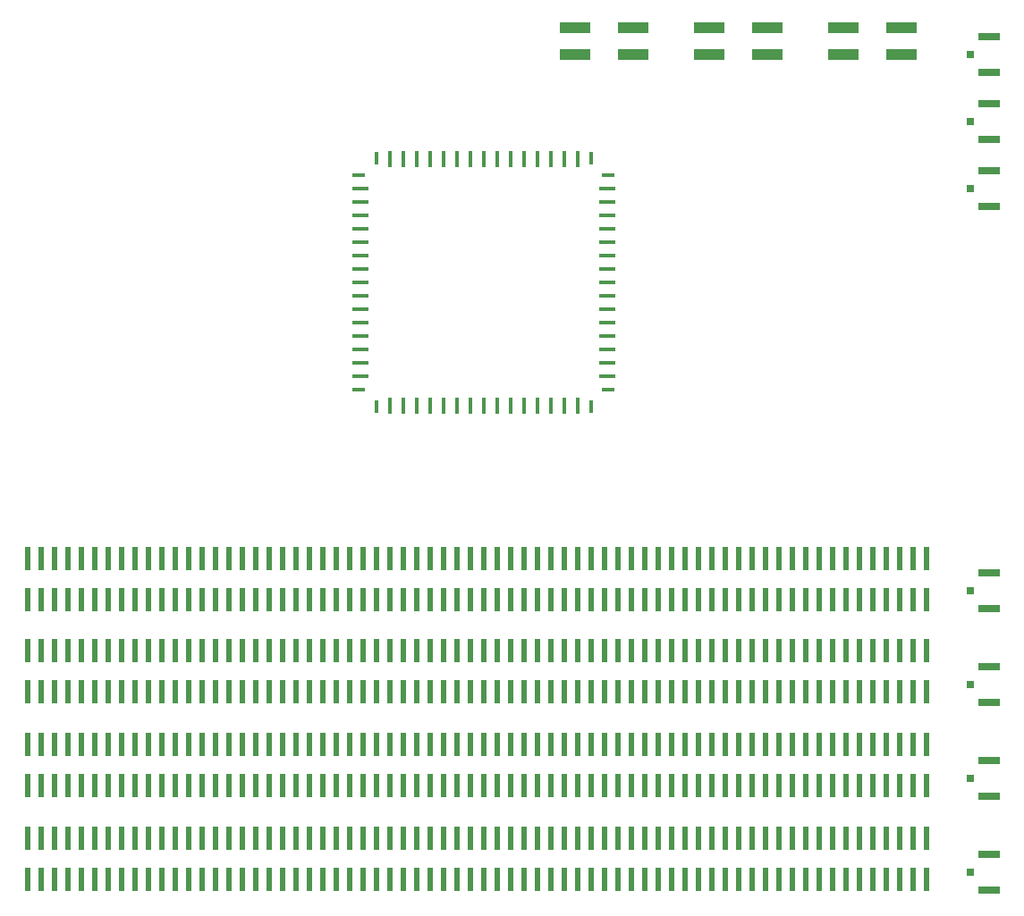
<source format=gbr>
G04 #@! TF.FileFunction,Paste,Top*
%FSLAX46Y46*%
G04 Gerber Fmt 4.6, Leading zero omitted, Abs format (unit mm)*
G04 Created by KiCad (PCBNEW 4.0.5) date Monday, February 26, 2018 'PMt' 12:55:55 PM*
%MOMM*%
%LPD*%
G01*
G04 APERTURE LIST*
%ADD10C,0.100000*%
%ADD11R,0.300000X1.300000*%
%ADD12R,0.300000X1.510000*%
%ADD13R,1.300000X0.300000*%
%ADD14R,1.510000X0.300000*%
%ADD15R,2.980000X1.070000*%
%ADD16R,2.100000X0.800000*%
%ADD17R,0.800000X0.750000*%
%ADD18R,0.560000X2.200000*%
G04 APERTURE END LIST*
D10*
D11*
X210820000Y-88550000D03*
D12*
X209550000Y-88650000D03*
X208280000Y-88650000D03*
X207010000Y-88650000D03*
X205740000Y-88650000D03*
X204470000Y-88650000D03*
X203200000Y-88650000D03*
X201930000Y-88650000D03*
X200660000Y-88650000D03*
X199390000Y-88650000D03*
X198120000Y-88650000D03*
X196850000Y-88650000D03*
X195580000Y-88650000D03*
X194310000Y-88650000D03*
X193040000Y-88650000D03*
X191770000Y-88650000D03*
D11*
X190500000Y-88550000D03*
D13*
X188880000Y-90170000D03*
D12*
X209550000Y-112010000D03*
X208280000Y-112010000D03*
X207010000Y-112010000D03*
X205740000Y-112010000D03*
X204470000Y-112010000D03*
X203200000Y-112010000D03*
X201930000Y-112010000D03*
X200660000Y-112010000D03*
X199390000Y-112010000D03*
X198120000Y-112010000D03*
X196850000Y-112010000D03*
X195580000Y-112010000D03*
X194310000Y-112010000D03*
X193040000Y-112010000D03*
X191770000Y-112010000D03*
D11*
X190500000Y-112110000D03*
D13*
X212440000Y-90170000D03*
D14*
X212340000Y-91440000D03*
X212340000Y-92710000D03*
X212340000Y-93980000D03*
X212340000Y-95250000D03*
X212340000Y-96520000D03*
X212340000Y-97790000D03*
X212340000Y-99060000D03*
X212340000Y-100330000D03*
X212340000Y-101600000D03*
X212340000Y-102870000D03*
X212340000Y-104140000D03*
X212340000Y-105410000D03*
X212340000Y-106680000D03*
X212340000Y-107950000D03*
X212340000Y-109220000D03*
D13*
X212440000Y-110490000D03*
D14*
X188980000Y-91440000D03*
X188980000Y-92710000D03*
X188980000Y-93980000D03*
X188980000Y-95250000D03*
X188980000Y-96520000D03*
X188980000Y-97790000D03*
X188980000Y-99060000D03*
X188980000Y-100330000D03*
X188980000Y-101600000D03*
X188980000Y-102870000D03*
X188980000Y-104140000D03*
X188980000Y-105410000D03*
X188980000Y-106680000D03*
X188980000Y-107950000D03*
X188980000Y-109220000D03*
D13*
X188880000Y-110490000D03*
D11*
X210820000Y-112110000D03*
D15*
X227520000Y-76200000D03*
X227520000Y-78740000D03*
X222060000Y-76200000D03*
X222060000Y-78740000D03*
X240220000Y-76200000D03*
X240220000Y-78740000D03*
X234760000Y-76200000D03*
X234760000Y-78740000D03*
X214820000Y-76200000D03*
X214820000Y-78740000D03*
X209360000Y-76200000D03*
X209360000Y-78740000D03*
D16*
X248520000Y-131225000D03*
X248520000Y-127855000D03*
D17*
X246790000Y-129540000D03*
D16*
X248520000Y-140115000D03*
X248520000Y-136745000D03*
D17*
X246790000Y-138430000D03*
D16*
X248520000Y-149005000D03*
X248520000Y-145635000D03*
D17*
X246790000Y-147320000D03*
D16*
X248520000Y-157895000D03*
X248520000Y-154525000D03*
D17*
X246790000Y-156210000D03*
D16*
X248520000Y-93125000D03*
X248520000Y-89755000D03*
D17*
X246790000Y-91440000D03*
D16*
X248520000Y-80425000D03*
X248520000Y-77055000D03*
D17*
X246790000Y-78740000D03*
D16*
X248520000Y-86775000D03*
X248520000Y-83405000D03*
D17*
X246790000Y-85090000D03*
D18*
X242570000Y-126462000D03*
X242570000Y-130362000D03*
X241300000Y-126462000D03*
X241300000Y-130362000D03*
X240030000Y-126462000D03*
X240030000Y-130362000D03*
X238760000Y-126462000D03*
X238760000Y-130362000D03*
X237490000Y-126462000D03*
X237490000Y-130362000D03*
X236220000Y-126462000D03*
X236220000Y-130362000D03*
X234950000Y-126462000D03*
X234950000Y-130362000D03*
X233680000Y-126462000D03*
X233680000Y-130362000D03*
X232410000Y-126462000D03*
X232410000Y-130362000D03*
X231140000Y-126462000D03*
X231140000Y-130362000D03*
X229870000Y-126462000D03*
X229870000Y-130362000D03*
X228600000Y-126462000D03*
X228600000Y-130362000D03*
X227330000Y-126462000D03*
X227330000Y-130362000D03*
X226060000Y-126462000D03*
X226060000Y-130362000D03*
X224790000Y-126462000D03*
X224790000Y-130362000D03*
X223520000Y-126462000D03*
X223520000Y-130362000D03*
X222250000Y-126462000D03*
X222250000Y-130362000D03*
X220980000Y-126462000D03*
X220980000Y-130362000D03*
X219710000Y-126462000D03*
X219710000Y-130362000D03*
X218440000Y-126462000D03*
X218440000Y-130362000D03*
X217170000Y-126462000D03*
X217170000Y-130362000D03*
X215900000Y-126462000D03*
X215900000Y-130362000D03*
X214630000Y-126462000D03*
X214630000Y-130362000D03*
X213360000Y-126462000D03*
X213360000Y-130362000D03*
X212090000Y-126462000D03*
X212090000Y-130362000D03*
X210820000Y-126462000D03*
X210820000Y-130362000D03*
X209550000Y-126462000D03*
X209550000Y-130362000D03*
X208280000Y-126462000D03*
X208280000Y-130362000D03*
X207010000Y-126462000D03*
X207010000Y-130362000D03*
X205740000Y-126462000D03*
X205740000Y-130362000D03*
X204470000Y-126462000D03*
X204470000Y-130362000D03*
X203200000Y-126462000D03*
X203200000Y-130362000D03*
X201930000Y-126462000D03*
X201930000Y-130362000D03*
X200660000Y-126462000D03*
X200660000Y-130362000D03*
X199390000Y-126462000D03*
X199390000Y-130362000D03*
X198120000Y-126462000D03*
X198120000Y-130362000D03*
X196850000Y-126462000D03*
X196850000Y-130362000D03*
X195580000Y-126462000D03*
X195580000Y-130362000D03*
X194310000Y-126462000D03*
X194310000Y-130362000D03*
X193040000Y-126462000D03*
X193040000Y-130362000D03*
X191770000Y-126462000D03*
X191770000Y-130362000D03*
X190500000Y-126462000D03*
X190500000Y-130362000D03*
X189230000Y-126462000D03*
X189230000Y-130362000D03*
X187960000Y-126462000D03*
X187960000Y-130362000D03*
X186690000Y-126462000D03*
X186690000Y-130362000D03*
X185420000Y-126462000D03*
X185420000Y-130362000D03*
X184150000Y-126462000D03*
X184150000Y-130362000D03*
X182880000Y-126462000D03*
X182880000Y-130362000D03*
X181610000Y-126462000D03*
X181610000Y-130362000D03*
X180340000Y-126462000D03*
X180340000Y-130362000D03*
X179070000Y-126462000D03*
X179070000Y-130362000D03*
X177800000Y-126462000D03*
X177800000Y-130362000D03*
X176530000Y-126462000D03*
X176530000Y-130362000D03*
X175260000Y-126462000D03*
X175260000Y-130362000D03*
X173990000Y-126462000D03*
X173990000Y-130362000D03*
X172720000Y-126462000D03*
X172720000Y-130362000D03*
X171450000Y-126462000D03*
X171450000Y-130362000D03*
X170180000Y-126462000D03*
X170180000Y-130362000D03*
X168910000Y-126462000D03*
X168910000Y-130362000D03*
X167640000Y-126462000D03*
X167640000Y-130362000D03*
X166370000Y-126462000D03*
X166370000Y-130362000D03*
X165100000Y-126462000D03*
X165100000Y-130362000D03*
X163830000Y-126462000D03*
X163830000Y-130362000D03*
X162560000Y-126462000D03*
X162560000Y-130362000D03*
X161290000Y-126462000D03*
X161290000Y-130362000D03*
X160020000Y-126462000D03*
X160020000Y-130362000D03*
X158750000Y-126462000D03*
X158750000Y-130362000D03*
X157480000Y-126462000D03*
X157480000Y-130362000D03*
X242570000Y-135210000D03*
X242570000Y-139110000D03*
X241300000Y-135210000D03*
X241300000Y-139110000D03*
X240030000Y-135210000D03*
X240030000Y-139110000D03*
X238760000Y-135210000D03*
X238760000Y-139110000D03*
X237490000Y-135210000D03*
X237490000Y-139110000D03*
X236220000Y-135210000D03*
X236220000Y-139110000D03*
X234950000Y-135210000D03*
X234950000Y-139110000D03*
X233680000Y-135210000D03*
X233680000Y-139110000D03*
X232410000Y-135210000D03*
X232410000Y-139110000D03*
X231140000Y-135210000D03*
X231140000Y-139110000D03*
X229870000Y-135210000D03*
X229870000Y-139110000D03*
X228600000Y-135210000D03*
X228600000Y-139110000D03*
X227330000Y-135210000D03*
X227330000Y-139110000D03*
X226060000Y-135210000D03*
X226060000Y-139110000D03*
X224790000Y-135210000D03*
X224790000Y-139110000D03*
X223520000Y-135210000D03*
X223520000Y-139110000D03*
X222250000Y-135210000D03*
X222250000Y-139110000D03*
X220980000Y-135210000D03*
X220980000Y-139110000D03*
X219710000Y-135210000D03*
X219710000Y-139110000D03*
X218440000Y-135210000D03*
X218440000Y-139110000D03*
X217170000Y-135210000D03*
X217170000Y-139110000D03*
X215900000Y-135210000D03*
X215900000Y-139110000D03*
X214630000Y-135210000D03*
X214630000Y-139110000D03*
X213360000Y-135210000D03*
X213360000Y-139110000D03*
X212090000Y-135210000D03*
X212090000Y-139110000D03*
X210820000Y-135210000D03*
X210820000Y-139110000D03*
X209550000Y-135210000D03*
X209550000Y-139110000D03*
X208280000Y-135210000D03*
X208280000Y-139110000D03*
X207010000Y-135210000D03*
X207010000Y-139110000D03*
X205740000Y-135210000D03*
X205740000Y-139110000D03*
X204470000Y-135210000D03*
X204470000Y-139110000D03*
X203200000Y-135210000D03*
X203200000Y-139110000D03*
X201930000Y-135210000D03*
X201930000Y-139110000D03*
X200660000Y-135210000D03*
X200660000Y-139110000D03*
X199390000Y-135210000D03*
X199390000Y-139110000D03*
X198120000Y-135210000D03*
X198120000Y-139110000D03*
X196850000Y-135210000D03*
X196850000Y-139110000D03*
X195580000Y-135210000D03*
X195580000Y-139110000D03*
X194310000Y-135210000D03*
X194310000Y-139110000D03*
X193040000Y-135210000D03*
X193040000Y-139110000D03*
X191770000Y-135210000D03*
X191770000Y-139110000D03*
X190500000Y-135210000D03*
X190500000Y-139110000D03*
X189230000Y-135210000D03*
X189230000Y-139110000D03*
X187960000Y-135210000D03*
X187960000Y-139110000D03*
X186690000Y-135210000D03*
X186690000Y-139110000D03*
X185420000Y-135210000D03*
X185420000Y-139110000D03*
X184150000Y-135210000D03*
X184150000Y-139110000D03*
X182880000Y-135210000D03*
X182880000Y-139110000D03*
X181610000Y-135210000D03*
X181610000Y-139110000D03*
X180340000Y-135210000D03*
X180340000Y-139110000D03*
X179070000Y-135210000D03*
X179070000Y-139110000D03*
X177800000Y-135210000D03*
X177800000Y-139110000D03*
X176530000Y-135210000D03*
X176530000Y-139110000D03*
X175260000Y-135210000D03*
X175260000Y-139110000D03*
X173990000Y-135210000D03*
X173990000Y-139110000D03*
X172720000Y-135210000D03*
X172720000Y-139110000D03*
X171450000Y-135210000D03*
X171450000Y-139110000D03*
X170180000Y-135210000D03*
X170180000Y-139110000D03*
X168910000Y-135210000D03*
X168910000Y-139110000D03*
X167640000Y-135210000D03*
X167640000Y-139110000D03*
X166370000Y-135210000D03*
X166370000Y-139110000D03*
X165100000Y-135210000D03*
X165100000Y-139110000D03*
X163830000Y-135210000D03*
X163830000Y-139110000D03*
X162560000Y-135210000D03*
X162560000Y-139110000D03*
X161290000Y-135210000D03*
X161290000Y-139110000D03*
X160020000Y-135210000D03*
X160020000Y-139110000D03*
X158750000Y-135210000D03*
X158750000Y-139110000D03*
X157480000Y-135210000D03*
X157480000Y-139110000D03*
X242570000Y-144100000D03*
X242570000Y-148000000D03*
X241300000Y-144100000D03*
X241300000Y-148000000D03*
X240030000Y-144100000D03*
X240030000Y-148000000D03*
X238760000Y-144100000D03*
X238760000Y-148000000D03*
X237490000Y-144100000D03*
X237490000Y-148000000D03*
X236220000Y-144100000D03*
X236220000Y-148000000D03*
X234950000Y-144100000D03*
X234950000Y-148000000D03*
X233680000Y-144100000D03*
X233680000Y-148000000D03*
X232410000Y-144100000D03*
X232410000Y-148000000D03*
X231140000Y-144100000D03*
X231140000Y-148000000D03*
X229870000Y-144100000D03*
X229870000Y-148000000D03*
X228600000Y-144100000D03*
X228600000Y-148000000D03*
X227330000Y-144100000D03*
X227330000Y-148000000D03*
X226060000Y-144100000D03*
X226060000Y-148000000D03*
X224790000Y-144100000D03*
X224790000Y-148000000D03*
X223520000Y-144100000D03*
X223520000Y-148000000D03*
X222250000Y-144100000D03*
X222250000Y-148000000D03*
X220980000Y-144100000D03*
X220980000Y-148000000D03*
X219710000Y-144100000D03*
X219710000Y-148000000D03*
X218440000Y-144100000D03*
X218440000Y-148000000D03*
X217170000Y-144100000D03*
X217170000Y-148000000D03*
X215900000Y-144100000D03*
X215900000Y-148000000D03*
X214630000Y-144100000D03*
X214630000Y-148000000D03*
X213360000Y-144100000D03*
X213360000Y-148000000D03*
X212090000Y-144100000D03*
X212090000Y-148000000D03*
X210820000Y-144100000D03*
X210820000Y-148000000D03*
X209550000Y-144100000D03*
X209550000Y-148000000D03*
X208280000Y-144100000D03*
X208280000Y-148000000D03*
X207010000Y-144100000D03*
X207010000Y-148000000D03*
X205740000Y-144100000D03*
X205740000Y-148000000D03*
X204470000Y-144100000D03*
X204470000Y-148000000D03*
X203200000Y-144100000D03*
X203200000Y-148000000D03*
X201930000Y-144100000D03*
X201930000Y-148000000D03*
X200660000Y-144100000D03*
X200660000Y-148000000D03*
X199390000Y-144100000D03*
X199390000Y-148000000D03*
X198120000Y-144100000D03*
X198120000Y-148000000D03*
X196850000Y-144100000D03*
X196850000Y-148000000D03*
X195580000Y-144100000D03*
X195580000Y-148000000D03*
X194310000Y-144100000D03*
X194310000Y-148000000D03*
X193040000Y-144100000D03*
X193040000Y-148000000D03*
X191770000Y-144100000D03*
X191770000Y-148000000D03*
X190500000Y-144100000D03*
X190500000Y-148000000D03*
X189230000Y-144100000D03*
X189230000Y-148000000D03*
X187960000Y-144100000D03*
X187960000Y-148000000D03*
X186690000Y-144100000D03*
X186690000Y-148000000D03*
X185420000Y-144100000D03*
X185420000Y-148000000D03*
X184150000Y-144100000D03*
X184150000Y-148000000D03*
X182880000Y-144100000D03*
X182880000Y-148000000D03*
X181610000Y-144100000D03*
X181610000Y-148000000D03*
X180340000Y-144100000D03*
X180340000Y-148000000D03*
X179070000Y-144100000D03*
X179070000Y-148000000D03*
X177800000Y-144100000D03*
X177800000Y-148000000D03*
X176530000Y-144100000D03*
X176530000Y-148000000D03*
X175260000Y-144100000D03*
X175260000Y-148000000D03*
X173990000Y-144100000D03*
X173990000Y-148000000D03*
X172720000Y-144100000D03*
X172720000Y-148000000D03*
X171450000Y-144100000D03*
X171450000Y-148000000D03*
X170180000Y-144100000D03*
X170180000Y-148000000D03*
X168910000Y-144100000D03*
X168910000Y-148000000D03*
X167640000Y-144100000D03*
X167640000Y-148000000D03*
X166370000Y-144100000D03*
X166370000Y-148000000D03*
X165100000Y-144100000D03*
X165100000Y-148000000D03*
X163830000Y-144100000D03*
X163830000Y-148000000D03*
X162560000Y-144100000D03*
X162560000Y-148000000D03*
X161290000Y-144100000D03*
X161290000Y-148000000D03*
X160020000Y-144100000D03*
X160020000Y-148000000D03*
X158750000Y-144100000D03*
X158750000Y-148000000D03*
X157480000Y-144100000D03*
X157480000Y-148000000D03*
X242570000Y-152990000D03*
X242570000Y-156890000D03*
X241300000Y-152990000D03*
X241300000Y-156890000D03*
X240030000Y-152990000D03*
X240030000Y-156890000D03*
X238760000Y-152990000D03*
X238760000Y-156890000D03*
X237490000Y-152990000D03*
X237490000Y-156890000D03*
X236220000Y-152990000D03*
X236220000Y-156890000D03*
X234950000Y-152990000D03*
X234950000Y-156890000D03*
X233680000Y-152990000D03*
X233680000Y-156890000D03*
X232410000Y-152990000D03*
X232410000Y-156890000D03*
X231140000Y-152990000D03*
X231140000Y-156890000D03*
X229870000Y-152990000D03*
X229870000Y-156890000D03*
X228600000Y-152990000D03*
X228600000Y-156890000D03*
X227330000Y-152990000D03*
X227330000Y-156890000D03*
X226060000Y-152990000D03*
X226060000Y-156890000D03*
X224790000Y-152990000D03*
X224790000Y-156890000D03*
X223520000Y-152990000D03*
X223520000Y-156890000D03*
X222250000Y-152990000D03*
X222250000Y-156890000D03*
X220980000Y-152990000D03*
X220980000Y-156890000D03*
X219710000Y-152990000D03*
X219710000Y-156890000D03*
X218440000Y-152990000D03*
X218440000Y-156890000D03*
X217170000Y-152990000D03*
X217170000Y-156890000D03*
X215900000Y-152990000D03*
X215900000Y-156890000D03*
X214630000Y-152990000D03*
X214630000Y-156890000D03*
X213360000Y-152990000D03*
X213360000Y-156890000D03*
X212090000Y-152990000D03*
X212090000Y-156890000D03*
X210820000Y-152990000D03*
X210820000Y-156890000D03*
X209550000Y-152990000D03*
X209550000Y-156890000D03*
X208280000Y-152990000D03*
X208280000Y-156890000D03*
X207010000Y-152990000D03*
X207010000Y-156890000D03*
X205740000Y-152990000D03*
X205740000Y-156890000D03*
X204470000Y-152990000D03*
X204470000Y-156890000D03*
X203200000Y-152990000D03*
X203200000Y-156890000D03*
X201930000Y-152990000D03*
X201930000Y-156890000D03*
X200660000Y-152990000D03*
X200660000Y-156890000D03*
X199390000Y-152990000D03*
X199390000Y-156890000D03*
X198120000Y-152990000D03*
X198120000Y-156890000D03*
X196850000Y-152990000D03*
X196850000Y-156890000D03*
X195580000Y-152990000D03*
X195580000Y-156890000D03*
X194310000Y-152990000D03*
X194310000Y-156890000D03*
X193040000Y-152990000D03*
X193040000Y-156890000D03*
X191770000Y-152990000D03*
X191770000Y-156890000D03*
X190500000Y-152990000D03*
X190500000Y-156890000D03*
X189230000Y-152990000D03*
X189230000Y-156890000D03*
X187960000Y-152990000D03*
X187960000Y-156890000D03*
X186690000Y-152990000D03*
X186690000Y-156890000D03*
X185420000Y-152990000D03*
X185420000Y-156890000D03*
X184150000Y-152990000D03*
X184150000Y-156890000D03*
X182880000Y-152990000D03*
X182880000Y-156890000D03*
X181610000Y-152990000D03*
X181610000Y-156890000D03*
X180340000Y-152990000D03*
X180340000Y-156890000D03*
X179070000Y-152990000D03*
X179070000Y-156890000D03*
X177800000Y-152990000D03*
X177800000Y-156890000D03*
X176530000Y-152990000D03*
X176530000Y-156890000D03*
X175260000Y-152990000D03*
X175260000Y-156890000D03*
X173990000Y-152990000D03*
X173990000Y-156890000D03*
X172720000Y-152990000D03*
X172720000Y-156890000D03*
X171450000Y-152990000D03*
X171450000Y-156890000D03*
X170180000Y-152990000D03*
X170180000Y-156890000D03*
X168910000Y-152990000D03*
X168910000Y-156890000D03*
X167640000Y-152990000D03*
X167640000Y-156890000D03*
X166370000Y-152990000D03*
X166370000Y-156890000D03*
X165100000Y-152990000D03*
X165100000Y-156890000D03*
X163830000Y-152990000D03*
X163830000Y-156890000D03*
X162560000Y-152990000D03*
X162560000Y-156890000D03*
X161290000Y-152990000D03*
X161290000Y-156890000D03*
X160020000Y-152990000D03*
X160020000Y-156890000D03*
X158750000Y-152990000D03*
X158750000Y-156890000D03*
X157480000Y-152990000D03*
X157480000Y-156890000D03*
M02*

</source>
